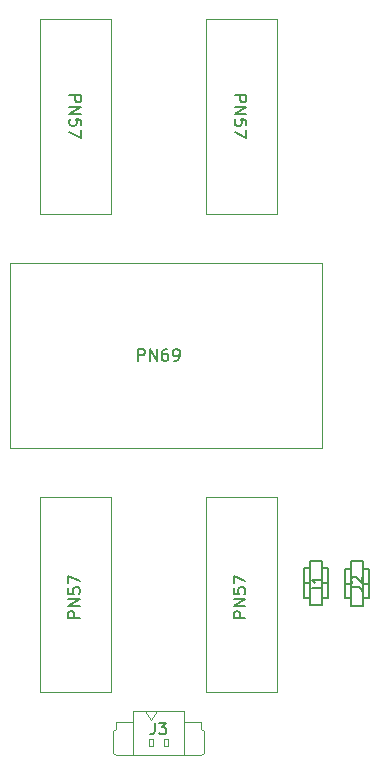
<source format=gbr>
G04 #@! TF.GenerationSoftware,KiCad,Pcbnew,(5.1.7)-1*
G04 #@! TF.CreationDate,2021-07-05T13:34:59+04:00*
G04 #@! TF.ProjectId,pcb_batteryHolder,7063625f-6261-4747-9465-7279486f6c64,1.0*
G04 #@! TF.SameCoordinates,PX8f0d180PY5f5e100*
G04 #@! TF.FileFunction,Other,Fab,Top*
%FSLAX46Y46*%
G04 Gerber Fmt 4.6, Leading zero omitted, Abs format (unit mm)*
G04 Created by KiCad (PCBNEW (5.1.7)-1) date 2021-07-05 13:34:59*
%MOMM*%
%LPD*%
G01*
G04 APERTURE LIST*
%ADD10C,0.150000*%
%ADD11C,0.120000*%
%ADD12C,0.100000*%
%ADD13C,0.135000*%
G04 APERTURE END LIST*
D10*
X-1738096Y1547620D02*
X-1738096Y2547620D01*
X-1357143Y2547620D01*
X-1261905Y2500000D01*
X-1214286Y2452381D01*
X-1166667Y2357143D01*
X-1166667Y2214286D01*
X-1214286Y2119048D01*
X-1261905Y2071429D01*
X-1357143Y2023810D01*
X-1738096Y2023810D01*
X-738096Y1547620D02*
X-738096Y2547620D01*
X-166667Y1547620D01*
X-166667Y2547620D01*
X738095Y2547620D02*
X547619Y2547620D01*
X452380Y2500000D01*
X404761Y2452381D01*
X309523Y2309524D01*
X261904Y2119048D01*
X261904Y1738096D01*
X309523Y1642858D01*
X357142Y1595239D01*
X452380Y1547620D01*
X642857Y1547620D01*
X738095Y1595239D01*
X785714Y1642858D01*
X833333Y1738096D01*
X833333Y1976191D01*
X785714Y2071429D01*
X738095Y2119048D01*
X642857Y2166667D01*
X452380Y2166667D01*
X357142Y2119048D01*
X309523Y2071429D01*
X261904Y1976191D01*
X1309523Y1547620D02*
X1500000Y1547620D01*
X1595238Y1595239D01*
X1642857Y1642858D01*
X1738095Y1785715D01*
X1785714Y1976191D01*
X1785714Y2357143D01*
X1738095Y2452381D01*
X1690476Y2500000D01*
X1595238Y2547620D01*
X1404761Y2547620D01*
X1309523Y2500000D01*
X1261904Y2452381D01*
X1214285Y2357143D01*
X1214285Y2119048D01*
X1261904Y2023810D01*
X1309523Y1976191D01*
X1404761Y1928572D01*
X1595238Y1928572D01*
X1690476Y1976191D01*
X1738095Y2023810D01*
X1785714Y2119048D01*
X12850001Y-16000000D02*
X12350001Y-16000000D01*
X12850001Y-15500000D02*
X12850001Y-16000000D01*
X13850001Y-15350000D02*
X12850001Y-15350000D01*
X13850001Y-16000000D02*
X13850001Y-15500000D01*
X14350001Y-16000000D02*
X13850001Y-16000000D01*
X14350001Y-18500000D02*
X14350001Y-16000000D01*
X13850001Y-18500000D02*
X14350001Y-18500000D01*
X13850001Y-19000000D02*
X13850001Y-18500000D01*
X12850001Y-19150000D02*
X13850001Y-19150000D01*
X12850001Y-18500000D02*
X12850001Y-19000000D01*
X12350001Y-18500000D02*
X12850001Y-18500000D01*
X12350001Y-16000000D02*
X12350001Y-18500000D01*
X13850001Y-15350000D02*
X13850001Y-19150000D01*
X12850001Y-19150000D02*
X12850001Y-15350000D01*
X12350001Y-17250000D02*
X12850001Y-17250000D01*
X13850001Y-17250000D02*
X14350001Y-17250000D01*
X17300000Y-18550000D02*
X17800000Y-18550000D01*
X17300000Y-19050000D02*
X17300000Y-18550000D01*
X16300000Y-19200000D02*
X17300000Y-19200000D01*
X16300000Y-18550000D02*
X16300000Y-19050000D01*
X15800000Y-18550000D02*
X16300000Y-18550000D01*
X15800000Y-16050000D02*
X15800000Y-18550000D01*
X16300000Y-16050000D02*
X15800000Y-16050000D01*
X16300000Y-15550000D02*
X16300000Y-16050000D01*
X17300000Y-15400000D02*
X16300000Y-15400000D01*
X17300000Y-16050000D02*
X17300000Y-15550000D01*
X17800000Y-16050000D02*
X17300000Y-16050000D01*
X17800000Y-18550000D02*
X17800000Y-16050000D01*
X16300000Y-19200000D02*
X16300000Y-15400000D01*
X17300000Y-15400000D02*
X17300000Y-19200000D01*
X17800000Y-17300000D02*
X17300000Y-17300000D01*
X16300000Y-17300000D02*
X15800000Y-17300000D01*
D11*
X-12598400Y-5823200D02*
X13868400Y-5823200D01*
X-12598400Y9823200D02*
X-12598400Y-5823200D01*
X13868400Y9823200D02*
X-12598400Y9823200D01*
X13868400Y-5823200D02*
X13868400Y9823200D01*
X-10000000Y14000000D02*
X-4000000Y14000000D01*
X-4000000Y14000000D02*
X-4000000Y30500000D01*
X-4000000Y30500000D02*
X-10000000Y30500000D01*
X-10000000Y30500000D02*
X-10000000Y14000000D01*
X-10000000Y-10000000D02*
X-4500000Y-10000000D01*
X-4500000Y-10000000D02*
X-4000000Y-10000000D01*
X-4000000Y-10000000D02*
X-4000000Y-26500000D01*
X-4000000Y-26500000D02*
X-10000000Y-26500000D01*
X-10000000Y-26500000D02*
X-10000000Y-10000000D01*
X4000000Y-26500000D02*
X4000000Y-10000000D01*
X10000000Y-26500000D02*
X4000000Y-26500000D01*
X10000000Y-10000000D02*
X10000000Y-26500000D01*
X9500000Y-10000000D02*
X10000000Y-10000000D01*
X4000000Y-10000000D02*
X9500000Y-10000000D01*
X4000000Y30500000D02*
X4000000Y14000000D01*
X10000000Y30500000D02*
X4000000Y30500000D01*
X10000000Y14000000D02*
X10000000Y30500000D01*
X4000000Y14000000D02*
X10000000Y14000000D01*
D12*
X-625000Y-28817107D02*
X-125000Y-28110000D01*
X-1125000Y-28110000D02*
X-625000Y-28817107D01*
X3625000Y-29010000D02*
X2125000Y-29010000D01*
X3625000Y-29610000D02*
X3625000Y-29010000D01*
X3825000Y-29810000D02*
X3625000Y-29610000D01*
X3825000Y-31610000D02*
X3825000Y-29810000D01*
X3625000Y-31810000D02*
X3825000Y-31610000D01*
X2125000Y-31810000D02*
X3625000Y-31810000D01*
X-3625000Y-29010000D02*
X-2125000Y-29010000D01*
X-3625000Y-29610000D02*
X-3625000Y-29010000D01*
X-3825000Y-29810000D02*
X-3625000Y-29610000D01*
X-3825000Y-31610000D02*
X-3825000Y-29810000D01*
X-3625000Y-31810000D02*
X-3825000Y-31610000D01*
X-2125000Y-31810000D02*
X-3625000Y-31810000D01*
X775000Y-30435000D02*
X475000Y-30435000D01*
X775000Y-31035000D02*
X775000Y-30435000D01*
X475000Y-31035000D02*
X775000Y-31035000D01*
X475000Y-30435000D02*
X475000Y-31035000D01*
X-475000Y-30435000D02*
X-775000Y-30435000D01*
X-475000Y-31035000D02*
X-475000Y-30435000D01*
X-775000Y-31035000D02*
X-475000Y-31035000D01*
X-775000Y-30435000D02*
X-775000Y-31035000D01*
X2125000Y-28110000D02*
X2125000Y-31810000D01*
X-2125000Y-28110000D02*
X-2125000Y-31810000D01*
X-2125000Y-31810000D02*
X2125000Y-31810000D01*
X-2125000Y-28110000D02*
X2125000Y-28110000D01*
D13*
X12957143Y-17650000D02*
X13600001Y-17650000D01*
X13728572Y-17692857D01*
X13814286Y-17778571D01*
X13857143Y-17907142D01*
X13857143Y-17992857D01*
X13857143Y-16750000D02*
X13857143Y-17264285D01*
X13857143Y-17007142D02*
X12957143Y-17007142D01*
X13085715Y-17092857D01*
X13171429Y-17178571D01*
X13214286Y-17264285D01*
X16307142Y-17600000D02*
X16950000Y-17600000D01*
X17078571Y-17642857D01*
X17164285Y-17728571D01*
X17207142Y-17857142D01*
X17207142Y-17942857D01*
X16392857Y-17214285D02*
X16350000Y-17171428D01*
X16307142Y-17085714D01*
X16307142Y-16871428D01*
X16350000Y-16785714D01*
X16392857Y-16742857D01*
X16478571Y-16700000D01*
X16564285Y-16700000D01*
X16692857Y-16742857D01*
X17207142Y-17257142D01*
X17207142Y-16700000D01*
D10*
X-7552381Y24038096D02*
X-6552381Y24038096D01*
X-6552381Y23657143D01*
X-6600000Y23561905D01*
X-6647620Y23514286D01*
X-6742858Y23466667D01*
X-6885715Y23466667D01*
X-6980953Y23514286D01*
X-7028572Y23561905D01*
X-7076191Y23657143D01*
X-7076191Y24038096D01*
X-7552381Y23038096D02*
X-6552381Y23038096D01*
X-7552381Y22466667D01*
X-6552381Y22466667D01*
X-6552381Y21514286D02*
X-6552381Y21990477D01*
X-7028572Y22038096D01*
X-6980953Y21990477D01*
X-6933334Y21895239D01*
X-6933334Y21657143D01*
X-6980953Y21561905D01*
X-7028572Y21514286D01*
X-7123810Y21466667D01*
X-7361905Y21466667D01*
X-7457143Y21514286D01*
X-7504762Y21561905D01*
X-7552381Y21657143D01*
X-7552381Y21895239D01*
X-7504762Y21990477D01*
X-7457143Y22038096D01*
X-6552381Y21133334D02*
X-6552381Y20466667D01*
X-7552381Y20895239D01*
X-6647620Y-20188095D02*
X-7647620Y-20188095D01*
X-7647620Y-19807142D01*
X-7600000Y-19711904D01*
X-7552381Y-19664285D01*
X-7457143Y-19616666D01*
X-7314286Y-19616666D01*
X-7219048Y-19664285D01*
X-7171429Y-19711904D01*
X-7123810Y-19807142D01*
X-7123810Y-20188095D01*
X-6647620Y-19188095D02*
X-7647620Y-19188095D01*
X-6647620Y-18616666D01*
X-7647620Y-18616666D01*
X-7647620Y-17664285D02*
X-7647620Y-18140476D01*
X-7171429Y-18188095D01*
X-7219048Y-18140476D01*
X-7266667Y-18045238D01*
X-7266667Y-17807142D01*
X-7219048Y-17711904D01*
X-7171429Y-17664285D01*
X-7076191Y-17616666D01*
X-6838096Y-17616666D01*
X-6742858Y-17664285D01*
X-6695239Y-17711904D01*
X-6647620Y-17807142D01*
X-6647620Y-18045238D01*
X-6695239Y-18140476D01*
X-6742858Y-18188095D01*
X-7647620Y-17283333D02*
X-7647620Y-16616666D01*
X-6647620Y-17045238D01*
X7352380Y-20188095D02*
X6352380Y-20188095D01*
X6352380Y-19807142D01*
X6400000Y-19711904D01*
X6447619Y-19664285D01*
X6542857Y-19616666D01*
X6685714Y-19616666D01*
X6780952Y-19664285D01*
X6828571Y-19711904D01*
X6876190Y-19807142D01*
X6876190Y-20188095D01*
X7352380Y-19188095D02*
X6352380Y-19188095D01*
X7352380Y-18616666D01*
X6352380Y-18616666D01*
X6352380Y-17664285D02*
X6352380Y-18140476D01*
X6828571Y-18188095D01*
X6780952Y-18140476D01*
X6733333Y-18045238D01*
X6733333Y-17807142D01*
X6780952Y-17711904D01*
X6828571Y-17664285D01*
X6923809Y-17616666D01*
X7161904Y-17616666D01*
X7257142Y-17664285D01*
X7304761Y-17711904D01*
X7352380Y-17807142D01*
X7352380Y-18045238D01*
X7304761Y-18140476D01*
X7257142Y-18188095D01*
X6352380Y-17283333D02*
X6352380Y-16616666D01*
X7352380Y-17045238D01*
X6447619Y24038096D02*
X7447619Y24038096D01*
X7447619Y23657143D01*
X7400000Y23561905D01*
X7352380Y23514286D01*
X7257142Y23466667D01*
X7114285Y23466667D01*
X7019047Y23514286D01*
X6971428Y23561905D01*
X6923809Y23657143D01*
X6923809Y24038096D01*
X6447619Y23038096D02*
X7447619Y23038096D01*
X6447619Y22466667D01*
X7447619Y22466667D01*
X7447619Y21514286D02*
X7447619Y21990477D01*
X6971428Y22038096D01*
X7019047Y21990477D01*
X7066666Y21895239D01*
X7066666Y21657143D01*
X7019047Y21561905D01*
X6971428Y21514286D01*
X6876190Y21466667D01*
X6638095Y21466667D01*
X6542857Y21514286D01*
X6495238Y21561905D01*
X6447619Y21657143D01*
X6447619Y21895239D01*
X6495238Y21990477D01*
X6542857Y22038096D01*
X7447619Y21133334D02*
X7447619Y20466667D01*
X6447619Y20895239D01*
X-333334Y-29062380D02*
X-333334Y-29776666D01*
X-380953Y-29919523D01*
X-476191Y-30014761D01*
X-619048Y-30062380D01*
X-714286Y-30062380D01*
X47619Y-29062380D02*
X666666Y-29062380D01*
X333333Y-29443333D01*
X476190Y-29443333D01*
X571428Y-29490952D01*
X619047Y-29538571D01*
X666666Y-29633809D01*
X666666Y-29871904D01*
X619047Y-29967142D01*
X571428Y-30014761D01*
X476190Y-30062380D01*
X190476Y-30062380D01*
X95238Y-30014761D01*
X47619Y-29967142D01*
M02*

</source>
